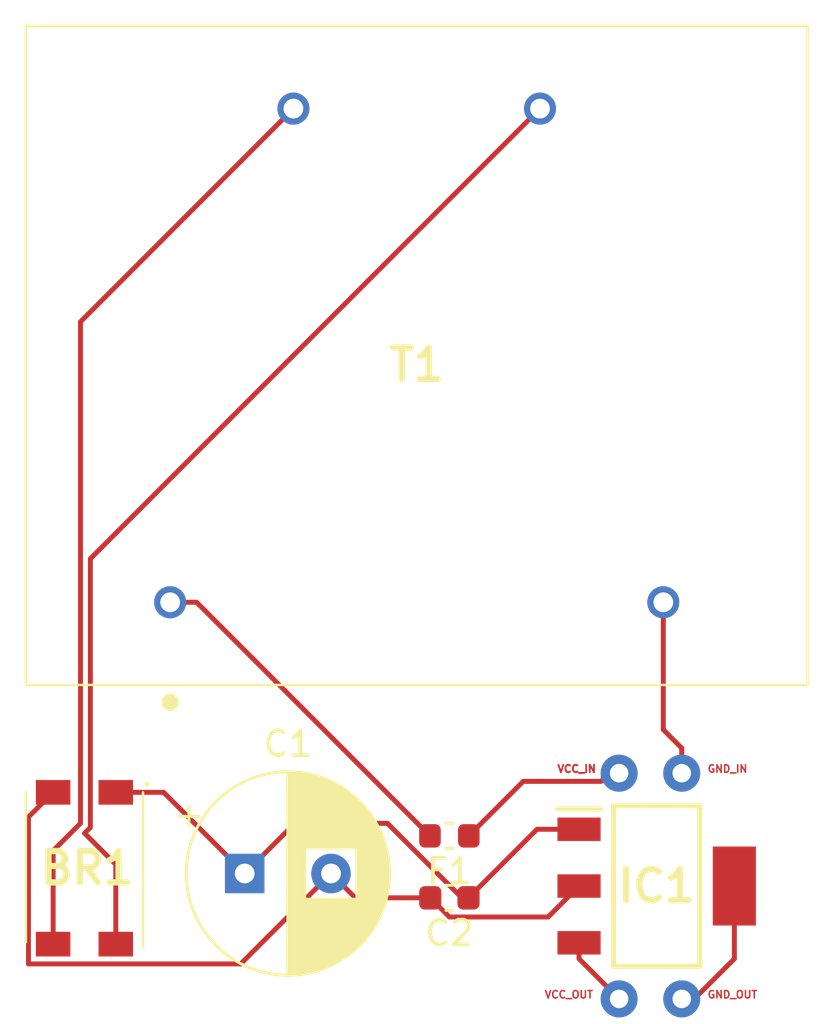
<source format=kicad_pcb>
(kicad_pcb (version 20241229) (generator "pcbnew") (generator_version "9.0")
  (layers (0 "F.Cu" signal) (2 "B.Cu" signal) (13 "F.Paste" user) (15 "B.Paste" user) (5 "F.SilkS" user "F.Silkscreen") (7 "B.SilkS" user "B.Silkscreen") (1 "F.Mask" user) (3 "B.Mask" user) (25 "Edge.Cuts" user))
  (net 0 "")
  (net 1 "GND")
  (net 2 "AC")
  (net 3 "VCC")
  (net 4 "Net-(BR1-~_1)")
  (net 5 "Net-(BR1-~_2)")
  (net 6 "Net-(BR1-+)")
  (net 7 "Net-(BR1--)")
  (net 8 "Net-(T1-PRI_1)")
  (footprint "Fuse:Fuse_0603_1608Metric" (layer "F.Cu") (at 51.0285 61.976 180)
    (property "Reference" "F1" (at 0 -1.43 0) (layer "F.SilkS"))
    (property "Value" "Fuse")
    (fp_line (start -0.162779 0.51) (end 0.162779 0.51) (stroke (width 0.12)) (layer "F.SilkS"))
    (fp_line (start -0.162779 -0.51) (end 0.162779 -0.51) (stroke (width 0.12)) (layer "F.SilkS"))
    (pad "1" smd roundrect (at -0.7875 0 180) (size 0.875 0.95) (layers "F.Cu" "F.Mask" "F.Paste") (net 3 "VCC"))
    (pad "2" smd roundrect (at 0.7875 0 180) (size 0.875 0.95) (layers "F.Cu" "F.Mask" "F.Paste") (net 8 "Net-(T1-PRI_1)"))
  )
  (footprint "Capacitor_SMD:C_0603_1608Metric" (layer "F.Cu") (at 51.0285 64.486 180)
    (property "Reference" "C2" (at 0 -1.43 0) (layer "F.SilkS"))
    (property "Value" "100 nF")
    (fp_line (start -0.14058 0.51) (end 0.14058 0.51) (stroke (width 0.12)) (layer "F.SilkS"))
    (fp_line (start -0.14058 -0.51) (end 0.14058 -0.51) (stroke (width 0.12)) (layer "F.SilkS"))
    (pad "1" smd roundrect (at -0.775 0 180) (size 0.9 0.95) (layers "F.Cu" "F.Mask" "F.Paste") (net 6 "Net-(BR1-+)"))
    (pad "2" smd roundrect (at 0.775 0 180) (size 0.9 0.95) (layers "F.Cu" "F.Mask" "F.Paste") (net 7 "Net-(BR1--)"))
  )
  (footprint "Capacitor_THT:CP_Radial_D8.0mm_P3.50mm" (layer "F.Cu") (at 42.728 63.5)
    (property "Reference" "C1" (at 1.75 -5.25 0) (layer "F.SilkS"))
    (property "Value" "1000 µF")
    (fp_line (start -2.659698 -2.315) (end -1.859698 -2.315) (stroke (width 0.12)) (layer "F.SilkS"))
    (fp_line (start -2.259698 -2.715) (end -2.259698 -1.915) (stroke (width 0.12)) (layer "F.SilkS"))
    (fp_line (start 1.75 -4.08) (end 1.75 4.08) (stroke (width 0.12)) (layer "F.SilkS"))
    (fp_line (start 1.79 -4.08) (end 1.79 4.08) (stroke (width 0.12)) (layer "F.SilkS"))
    (fp_line (start 1.83 -4.08) (end 1.83 4.08) (stroke (width 0.12)) (layer "F.SilkS"))
    (fp_line (start 1.87 -4.079) (end 1.87 4.079) (stroke (width 0.12)) (layer "F.SilkS"))
    (fp_line (start 1.91 -4.077) (end 1.91 4.077) (stroke (width 0.12)) (layer "F.SilkS"))
    (fp_line (start 1.95 -4.076) (end 1.95 4.076) (stroke (width 0.12)) (layer "F.SilkS"))
    (fp_line (start 1.99 -4.074) (end 1.99 4.074) (stroke (width 0.12)) (layer "F.SilkS"))
    (fp_line (start 2.03 -4.071) (end 2.03 4.071) (stroke (width 0.12)) (layer "F.SilkS"))
    (fp_line (start 2.07 -4.068) (end 2.07 4.068) (stroke (width 0.12)) (layer "F.SilkS"))
    (fp_line (start 2.11 -4.065) (end 2.11 4.065) (stroke (width 0.12)) (layer "F.SilkS"))
    (fp_line (start 2.15 -4.061) (end 2.15 4.061) (stroke (width 0.12)) (layer "F.SilkS"))
    (fp_line (start 2.19 -4.057) (end 2.19 4.057) (stroke (width 0.12)) (layer "F.SilkS"))
    (fp_line (start 2.23 -4.052) (end 2.23 4.052) (stroke (width 0.12)) (layer "F.SilkS"))
    (fp_line (start 2.27 -4.048) (end 2.27 4.048) (stroke (width 0.12)) (layer "F.SilkS"))
    (fp_line (start 2.31 -4.042) (end 2.31 4.042) (stroke (width 0.12)) (layer "F.SilkS"))
    (fp_line (start 2.35 -4.037) (end 2.35 4.037) (stroke (width 0.12)) (layer "F.SilkS"))
    (fp_line (start 2.39 -4.03) (end 2.39 4.03) (stroke (width 0.12)) (layer "F.SilkS"))
    (fp_line (start 2.43 -4.024) (end 2.43 4.024) (stroke (width 0.12)) (layer "F.SilkS"))
    (fp_line (start 2.471 -4.017) (end 2.471 -1.04) (stroke (width 0.12)) (layer "F.SilkS"))
    (fp_line (start 2.471 1.04) (end 2.471 4.017) (stroke (width 0.12)) (layer "F.SilkS"))
    (fp_line (start 2.511 -4.01) (end 2.511 -1.04) (stroke (width 0.12)) (layer "F.SilkS"))
    (fp_line (start 2.511 1.04) (end 2.511 4.01) (stroke (width 0.12)) (layer "F.SilkS"))
    (fp_line (start 2.551 -4.002) (end 2.551 -1.04) (stroke (width 0.12)) (layer "F.SilkS"))
    (fp_line (start 2.551 1.04) (end 2.551 4.002) (stroke (width 0.12)) (layer "F.SilkS"))
    (fp_line (start 2.591 -3.994) (end 2.591 -1.04) (stroke (width 0.12)) (layer "F.SilkS"))
    (fp_line (start 2.591 1.04) (end 2.591 3.994) (stroke (width 0.12)) (layer "F.SilkS"))
    (fp_line (start 2.631 -3.985) (end 2.631 -1.04) (stroke (width 0.12)) (layer "F.SilkS"))
    (fp_line (start 2.631 1.04) (end 2.631 3.985) (stroke (width 0.12)) (layer "F.SilkS"))
    (fp_line (start 2.671 -3.976) (end 2.671 -1.04) (stroke (width 0.12)) (layer "F.SilkS"))
    (fp_line (start 2.671 1.04) (end 2.671 3.976) (stroke (width 0.12)) (layer "F.SilkS"))
    (fp_line (start 2.711 -3.967) (end 2.711 -1.04) (stroke (width 0.12)) (layer "F.SilkS"))
    (fp_line (start 2.711 1.04) (end 2.711 3.967) (stroke (width 0.12)) (layer "F.SilkS"))
    (fp_line (start 2.751 -3.957) (end 2.751 -1.04) (stroke (width 0.12)) (layer "F.SilkS"))
    (fp_line (start 2.751 1.04) (end 2.751 3.957) (stroke (width 0.12)) (layer "F.SilkS"))
    (fp_line (start 2.791 -3.947) (end 2.791 -1.04) (stroke (width 0.12)) (layer "F.SilkS"))
    (fp_line (start 2.791 1.04) (end 2.791 3.947) (stroke (width 0.12)) (layer "F.SilkS"))
    (fp_line (start 2.831 -3.936) (end 2.831 -1.04) (stroke (width 0.12)) (layer "F.SilkS"))
    (fp_line (start 2.831 1.04) (end 2.831 3.936) (stroke (width 0.12)) (layer "F.SilkS"))
    (fp_line (start 2.871 -3.925) (end 2.871 -1.04) (stroke (width 0.12)) (layer "F.SilkS"))
    (fp_line (start 2.871 1.04) (end 2.871 3.925) (stroke (width 0.12)) (layer "F.SilkS"))
    (fp_line (start 2.911 -3.914) (end 2.911 -1.04) (stroke (width 0.12)) (layer "F.SilkS"))
    (fp_line (start 2.911 1.04) (end 2.911 3.914) (stroke (width 0.12)) (layer "F.SilkS"))
    (fp_line (start 2.951 -3.902) (end 2.951 -1.04) (stroke (width 0.12)) (layer "F.SilkS"))
    (fp_line (start 2.951 1.04) (end 2.951 3.902) (stroke (width 0.12)) (layer "F.SilkS"))
    (fp_line (start 2.991 -3.889) (end 2.991 -1.04) (stroke (width 0.12)) (layer "F.SilkS"))
    (fp_line (start 2.991 1.04) (end 2.991 3.889) (stroke (width 0.12)) (layer "F.SilkS"))
    (fp_line (start 3.031 -3.877) (end 3.031 -1.04) (stroke (width 0.12)) (layer "F.SilkS"))
    (fp_line (start 3.031 1.04) (end 3.031 3.877) (stroke (width 0.12)) (layer "F.SilkS"))
    (fp_line (start 3.071 -3.863) (end 3.071 -1.04) (stroke (width 0.12)) (layer "F.SilkS"))
    (fp_line (start 3.071 1.04) (end 3.071 3.863) (stroke (width 0.12)) (layer "F.SilkS"))
    (fp_line (start 3.111 -3.85) (end 3.111 -1.04) (stroke (width 0.12)) (layer "F.SilkS"))
    (fp_line (start 3.111 1.04) (end 3.111 3.85) (stroke (width 0.12)) (layer "F.SilkS"))
    (fp_line (start 3.151 -3.835) (end 3.151 -1.04) (stroke (width 0.12)) (layer "F.SilkS"))
    (fp_line (start 3.151 1.04) (end 3.151 3.835) (stroke (width 0.12)) (layer "F.SilkS"))
    (fp_line (start 3.191 -3.821) (end 3.191 -1.04) (stroke (width 0.12)) (layer "F.SilkS"))
    (fp_line (start 3.191 1.04) (end 3.191 3.821) (stroke (width 0.12)) (layer "F.SilkS"))
    (fp_line (start 3.231 -3.805) (end 3.231 -1.04) (stroke (width 0.12)) (layer "F.SilkS"))
    (fp_line (start 3.231 1.04) (end 3.231 3.805) (stroke (width 0.12)) (layer "F.SilkS"))
    (fp_line (start 3.271 -3.79) (end 3.271 -1.04) (stroke (width 0.12)) (layer "F.SilkS"))
    (fp_line (start 3.271 1.04) (end 3.271 3.79) (stroke (width 0.12)) (layer "F.SilkS"))
    (fp_line (start 3.311 -3.774) (end 3.311 -1.04) (stroke (width 0.12)) (layer "F.SilkS"))
    (fp_line (start 3.311 1.04) (end 3.311 3.774) (stroke (width 0.12)) (layer "F.SilkS"))
    (fp_line (start 3.351 -3.757) (end 3.351 -1.04) (stroke (width 0.12)) (layer "F.SilkS"))
    (fp_line (start 3.351 1.04) (end 3.351 3.757) (stroke (width 0.12)) (layer "F.SilkS"))
    (fp_line (start 3.391 -3.74) (end 3.391 -1.04) (stroke (width 0.12)) (layer "F.SilkS"))
    (fp_line (start 3.391 1.04) (end 3.391 3.74) (stroke (width 0.12)) (layer "F.SilkS"))
    (fp_line (start 3.431 -3.722) (end 3.431 -1.04) (stroke (width 0.12)) (layer "F.SilkS"))
    (fp_line (start 3.431 1.04) (end 3.431 3.722) (stroke (width 0.12)) (layer "F.SilkS"))
    (fp_line (start 3.471 -3.704) (end 3.471 -1.04) (stroke (width 0.12)) (layer "F.SilkS"))
    (fp_line (start 3.471 1.04) (end 3.471 3.704) (stroke (width 0.12)) (layer "F.SilkS"))
    (fp_line (start 3.511 -3.686) (end 3.511 -1.04) (stroke (width 0.12)) (layer "F.SilkS"))
    (fp_line (start 3.511 1.04) (end 3.511 3.686) (stroke (width 0.12)) (layer "F.SilkS"))
    (fp_line (start 3.551 -3.666) (end 3.551 -1.04) (stroke (width 0.12)) (layer "F.SilkS"))
    (fp_line (start 3.551 1.04) (end 3.551 3.666) (stroke (width 0.12)) (layer "F.SilkS"))
    (fp_line (start 3.591 -3.647) (end 3.591 -1.04) (stroke (width 0.12)) (layer "F.SilkS"))
    (fp_line (start 3.591 1.04) (end 3.591 3.647) (stroke (width 0.12)) (layer "F.SilkS"))
    (fp_line (start 3.631 -3.627) (end 3.631 -1.04) (stroke (width 0.12)) (layer "F.SilkS"))
    (fp_line (start 3.631 1.04) (end 3.631 3.627) (stroke (width 0.12)) (layer "F.SilkS"))
    (fp_line (start 3.671 -3.606) (end 3.671 -1.04) (stroke (width 0.12)) (layer "F.SilkS"))
    (fp_line (start 3.671 1.04) (end 3.671 3.606) (stroke (width 0.12)) (layer "F.SilkS"))
    (fp_line (start 3.711 -3.584) (end 3.711 -1.04) (stroke (width 0.12)) (layer "F.SilkS"))
    (fp_line (start 3.711 1.04) (end 3.711 3.584) (stroke (width 0.12)) (layer "F.SilkS"))
    (fp_line (start 3.751 -3.562) (end 3.751 -1.04) (stroke (width 0.12)) (layer "F.SilkS"))
    (fp_line (start 3.751 1.04) (end 3.751 3.562) (stroke (width 0.12)) (layer "F.SilkS"))
    (fp_line (start 3.791 -3.54) (end 3.791 -1.04) (stroke (width 0.12)) (layer "F.SilkS"))
    (fp_line (start 3.791 1.04) (end 3.791 3.54) (stroke (width 0.12)) (layer "F.SilkS"))
    (fp_line (start 3.831 -3.517) (end 3.831 -1.04) (stroke (width 0.12)) (layer "F.SilkS"))
    (fp_line (start 3.831 1.04) (end 3.831 3.517) (stroke (width 0.12)) (layer "F.SilkS"))
    (fp_line (start 3.871 -3.493) (end 3.871 -1.04) (stroke (width 0.12)) (layer "F.SilkS"))
    (fp_line (start 3.871 1.04) (end 3.871 3.493) (stroke (width 0.12)) (layer "F.SilkS"))
    (fp_line (start 3.911 -3.469) (end 3.911 -1.04) (stroke (width 0.12)) (layer "F.SilkS"))
    (fp_line (start 3.911 1.04) (end 3.911 3.469) (stroke (width 0.12)) (layer "F.SilkS"))
    (fp_line (start 3.951 -3.444) (end 3.951 -1.04) (stroke (width 0.12)) (layer "F.SilkS"))
    (fp_line (start 3.951 1.04) (end 3.951 3.444) (stroke (width 0.12)) (layer "F.SilkS"))
    (fp_line (start 3.991 -3.418) (end 3.991 -1.04) (stroke (width 0.12)) (layer "F.SilkS"))
    (fp_line (start 3.991 1.04) (end 3.991 3.418) (stroke (width 0.12)) (layer "F.SilkS"))
    (fp_line (start 4.031 -3.392) (end 4.031 -1.04) (stroke (width 0.12)) (layer "F.SilkS"))
    (fp_line (start 4.031 1.04) (end 4.031 3.392) (stroke (width 0.12)) (layer "F.SilkS"))
    (fp_line (start 4.071 -3.365) (end 4.071 -1.04) (stroke (width 0.12)) (layer "F.SilkS"))
    (fp_line (start 4.071 1.04) (end 4.071 3.365) (stroke (width 0.12)) (layer "F.SilkS"))
    (fp_line (start 4.111 -3.338) (end 4.111 -1.04) (stroke (width 0.12)) (layer "F.SilkS"))
    (fp_line (start 4.111 1.04) (end 4.111 3.338) (stroke (width 0.12)) (layer "F.SilkS"))
    (fp_line (start 4.151 -3.309) (end 4.151 -1.04) (stroke (width 0.12)) (layer "F.SilkS"))
    (fp_line (start 4.151 1.04) (end 4.151 3.309) (stroke (width 0.12)) (layer "F.SilkS"))
    (fp_line (start 4.191 -3.28) (end 4.191 -1.04) (stroke (width 0.12)) (layer "F.SilkS"))
    (fp_line (start 4.191 1.04) (end 4.191 3.28) (stroke (width 0.12)) (layer "F.SilkS"))
    (fp_line (start 4.231 -3.25) (end 4.231 -1.04) (stroke (width 0.12)) (layer "F.SilkS"))
    (fp_line (start 4.231 1.04) (end 4.231 3.25) (stroke (width 0.12)) (layer "F.SilkS"))
    (fp_line (start 4.271 -3.22) (end 4.271 -1.04) (stroke (width 0.12)) (layer "F.SilkS"))
    (fp_line (start 4.271 1.04) (end 4.271 3.22) (stroke (width 0.12)) (layer "F.SilkS"))
    (fp_line (start 4.311 -3.189) (end 4.311 -1.04) (stroke (width 0.12)) (layer "F.SilkS"))
    (fp_line (start 4.311 1.04) (end 4.311 3.189) (stroke (width 0.12)) (layer "F.SilkS"))
    (fp_line (start 4.351 -3.156) (end 4.351 -1.04) (stroke (width 0.12)) (layer "F.SilkS"))
    (fp_line (start 4.351 1.04) (end 4.351 3.156) (stroke (width 0.12)) (layer "F.SilkS"))
    (fp_line (start 4.391 -3.124) (end 4.391 -1.04) (stroke (width 0.12)) (layer "F.SilkS"))
    (fp_line (start 4.391 1.04) (end 4.391 3.124) (stroke (width 0.12)) (layer "F.SilkS"))
    (fp_line (start 4.431 -3.09) (end 4.431 -1.04) (stroke (width 0.12)) (layer "F.SilkS"))
    (fp_line (start 4.431 1.04) (end 4.431 3.09) (stroke (width 0.12)) (layer "F.SilkS"))
    (fp_line (start 4.471 -3.055) (end 4.471 -1.04) (stroke (width 0.12)) (layer "F.SilkS"))
    (fp_line (start 4.471 1.04) (end 4.471 3.055) (stroke (width 0.12)) (layer "F.SilkS"))
    (fp_line (start 4.511 -3.019) (end 4.511 -1.04) (stroke (width 0.12)) (layer "F.SilkS"))
    (fp_line (start 4.511 1.04) (end 4.511 3.019) (stroke (width 0.12)) (layer "F.SilkS"))
    (fp_line (start 4.551 -2.983) (end 4.551 2.983) (stroke (width 0.12)) (layer "F.SilkS"))
    (fp_line (start 4.591 -2.945) (end 4.591 2.945) (stroke (width 0.12)) (layer "F.SilkS"))
    (fp_line (start 4.631 -2.907) (end 4.631 2.907) (stroke (width 0.12)) (layer "F.SilkS"))
    (fp_line (start 4.671 -2.867) (end 4.671 2.867) (stroke (width 0.12)) (layer "F.SilkS"))
    (fp_line (start 4.711 -2.826) (end 4.711 2.826) (stroke (width 0.12)) (layer "F.SilkS"))
    (fp_line (start 4.751 -2.784) (end 4.751 2.784) (stroke (width 0.12)) (layer "F.SilkS"))
    (fp_line (start 4.791 -2.741) (end 4.791 2.741) (stroke (width 0.12)) (layer "F.SilkS"))
    (fp_line (start 4.831 -2.697) (end 4.831 2.697) (stroke (width 0.12)) (layer "F.SilkS"))
    (fp_line (start 4.871 -2.651) (end 4.871 2.651) (stroke (width 0.12)) (layer "F.SilkS"))
    (fp_line (start 4.911 -2.604) (end 4.911 2.604) (stroke (width 0.12)) (layer "F.SilkS"))
    (fp_line (start 4.951 -2.556) (end 4.951 2.556) (stroke (width 0.12)) (layer "F.SilkS"))
    (fp_line (start 4.991 -2.505) (end 4.991 2.505) (stroke (width 0.12)) (layer "F.SilkS"))
    (fp_line (start 5.031 -2.454) (end 5.031 2.454) (stroke (width 0.12)) (layer "F.SilkS"))
    (fp_line (start 5.071 -2.4) (end 5.071 2.4) (stroke (width 0.12)) (layer "F.SilkS"))
    (fp_line (start 5.111 -2.345) (end 5.111 2.345) (stroke (width 0.12)) (layer "F.SilkS"))
    (fp_line (start 5.151 -2.287) (end 5.151 2.287) (stroke (width 0.12)) (layer "F.SilkS"))
    (fp_line (start 5.191 -2.228) (end 5.191 2.228) (stroke (width 0.12)) (layer "F.SilkS"))
    (fp_line (start 5.231 -2.166) (end 5.231 2.166) (stroke (width 0.12)) (layer "F.SilkS"))
    (fp_line (start 5.271 -2.102) (end 5.271 2.102) (stroke (width 0.12)) (layer "F.SilkS"))
    (fp_line (start 5.311 -2.034) (end 5.311 2.034) (stroke (width 0.12)) (layer "F.SilkS"))
    (fp_line (start 5.351 -1.964) (end 5.351 1.964) (stroke (width 0.12)) (layer "F.SilkS"))
    (fp_line (start 5.391 -1.89) (end 5.391 1.89) (stroke (width 0.12)) (layer "F.SilkS"))
    (fp_line (start 5.431 -1.813) (end 5.431 1.813) (stroke (width 0.12)) (layer "F.SilkS"))
    (fp_line (start 5.471 -1.731) (end 5.471 1.731) (stroke (width 0.12)) (layer "F.SilkS"))
    (fp_line (start 5.511 -1.645) (end 5.511 1.645) (stroke (width 0.12)) (layer "F.SilkS"))
    (fp_line (start 5.551 -1.552) (end 5.551 1.552) (stroke (width 0.12)) (layer "F.SilkS"))
    (fp_line (start 5.591 -1.453) (end 5.591 1.453) (stroke (width 0.12)) (layer "F.SilkS"))
    (fp_line (start 5.631 -1.346) (end 5.631 1.346) (stroke (width 0.12)) (layer "F.SilkS"))
    (fp_line (start 5.671 -1.229) (end 5.671 1.229) (stroke (width 0.12)) (layer "F.SilkS"))
    (fp_line (start 5.711 -1.098) (end 5.711 1.098) (stroke (width 0.12)) (layer "F.SilkS"))
    (fp_line (start 5.751 -0.948) (end 5.751 0.948) (stroke (width 0.12)) (layer "F.SilkS"))
    (fp_line (start 5.791 -0.768) (end 5.791 0.768) (stroke (width 0.12)) (layer "F.SilkS"))
    (fp_line (start 5.831 -0.533) (end 5.831 0.533) (stroke (width 0.12)) (layer "F.SilkS"))
    (fp_circle (center 1.75 0) (end 5.87 0) (stroke (width 0.12)) (fill no) (layer "F.SilkS"))
    (pad "1" thru_hole rect (at 0 0) (size 1.6 1.6) (drill 0.8) (layers "*.Cu" "*.Mask") (net 6 "Net-(BR1-+)"))
    (pad "2" thru_hole circle (at 3.5 0) (size 1.6 1.6) (drill 0.8) (layers "*.Cu" "*.Mask") (net 7 "Net-(BR1--)"))
  )
  (footprint "KiCad Libs:SOT230P700X180-4N" (layer "F.Cu") (at 59.436 64.008)
    (property "Reference" "IC1" (at 0 0 0) (layer "F.SilkS") (effects (font (size 1.27 1.27) (thickness 0.254))))
    (property "Value" "LM7805MPX_NOPB" (hide yes))
    (fp_line (start -4.025 -3.125) (end -2.275 -3.125) (stroke (width 0.2)) (layer "F.SilkS"))
    (fp_line (start -1.75 -3.25) (end 1.75 -3.25) (stroke (width 0.2)) (layer "F.SilkS"))
    (fp_line (start -1.75 3.25) (end -1.75 -3.25) (stroke (width 0.2)) (layer "F.SilkS"))
    (fp_line (start 1.75 -3.25) (end 1.75 3.25) (stroke (width 0.2)) (layer "F.SilkS"))
    (fp_line (start 1.75 3.25) (end -1.75 3.25) (stroke (width 0.2)) (layer "F.SilkS"))
    (pad "1" smd rect (at -3.15 -2.3 90) (size 0.95 1.75) (layers "F.Cu" "F.Mask" "F.Paste") (net 6 "Net-(BR1-+)"))
    (pad "2" smd rect (at -3.15 0 90) (size 0.95 1.75) (layers "F.Cu" "F.Mask" "F.Paste") (net 7 "Net-(BR1--)"))
    (pad "3" smd rect (at -3.15 2.3 90) (size 0.95 1.75) (layers "F.Cu" "F.Mask" "F.Paste") (net 3 "VCC"))
    (pad "4" smd rect (at 3.15 0) (size 1.75 3.2) (layers "F.Cu" "F.Mask" "F.Paste") (net 1 "GND"))
  )
  (footprint "KiCad Libs:44123" (layer "F.Cu") (at 39.704 52.512)
    (property "Reference" "T1" (at 10 -9.625 0) (layer "F.SilkS") (effects (font (size 1.27 1.27) (thickness 0.254))))
    (property "Value" "44123" (hide yes))
    (fp_line (start -5.85 -23.35) (end -5.85 3.35) (stroke (width 0.1)) (layer "F.SilkS"))
    (fp_line (start -5.85 3.35) (end 25.85 3.35) (stroke (width 0.1)) (layer "F.SilkS"))
    (fp_line (start 0 4) (end 0 4) (stroke (width 0.6)) (layer "F.SilkS"))
    (fp_line (start 0 4.1) (end 0 4.1) (stroke (width 0.6)) (layer "F.SilkS"))
    (fp_line (start 25.85 -23.35) (end -5.85 -23.35) (stroke (width 0.1)) (layer "F.SilkS"))
    (fp_line (start 25.85 3.35) (end 25.85 -23.35) (stroke (width 0.1)) (layer "F.SilkS"))
    (fp_arc (start 0 4) (mid 0.05 4.05) (end 0 4.1) (stroke (width 0.6)) (layer "F.SilkS"))
    (fp_arc (start 0 4.1) (mid -0.05 4.05) (end 0 4) (stroke (width 0.6)) (layer "F.SilkS"))
    (pad "1" thru_hole circle (at 0 0) (size 1.3 1.3) (drill 0.8) (layers "*.Cu" "*.Mask") (net 8 "Net-(T1-PRI_1)"))
    (pad "5" thru_hole circle (at 20 0) (size 1.3 1.3) (drill 0.8) (layers "*.Cu" "*.Mask") (net 2 "AC"))
    (pad "7" thru_hole circle (at 15 -20) (size 1.3 1.3) (drill 0.8) (layers "*.Cu" "*.Mask") (net 4 "Net-(BR1-~_1)"))
    (pad "9" thru_hole circle (at 5 -20) (size 1.3 1.3) (drill 0.8) (layers "*.Cu" "*.Mask") (net 5 "Net-(BR1-~_2)"))
  )
  (footprint "KiCad Libs:CDHD2006L" (layer "F.Cu") (at 36.229 63.287)
    (property "Reference" "BR1" (at 0.113 0 0) (layer "F.SilkS") (effects (font (size 1.27 1.27) (thickness 0.254))))
    (property "Value" "CD-HD2006L" (hide yes))
    (fp_line (start -2.375 -3.075) (end -2.375 3) (stroke (width 0.1)) (layer "F.SilkS"))
    (fp_line (start 2.375 -3.075) (end 2.375 3.2) (stroke (width 0.1)) (layer "F.SilkS"))
    (fp_line (start 2.5 -3.4) (end 2.5 -3.4) (stroke (width 0.1)) (layer "F.SilkS"))
    (fp_line (start 2.6 -3.4) (end 2.6 -3.4) (stroke (width 0.1)) (layer "F.SilkS"))
    (fp_arc (start 2.5 -3.4) (mid 2.55 -3.45) (end 2.6 -3.4) (stroke (width 0.1)) (layer "F.SilkS"))
    (fp_arc (start 2.6 -3.4) (mid 2.55 -3.35) (end 2.5 -3.4) (stroke (width 0.1)) (layer "F.SilkS"))
    (pad "1" smd rect (at 1.27 -3.075 90) (size 1 1.4) (layers "F.Cu" "F.Mask" "F.Paste") (net 6 "Net-(BR1-+)"))
    (pad "2" smd rect (at 1.27 3.075 90) (size 1 1.4) (layers "F.Cu" "F.Mask" "F.Paste") (net 4 "Net-(BR1-~_1)"))
    (pad "3" smd rect (at -1.27 3.075 90) (size 1 1.4) (layers "F.Cu" "F.Mask" "F.Paste") (net 5 "Net-(BR1-~_2)"))
    (pad "4" smd rect (at -1.27 -3.075 90) (size 1 1.4) (layers "F.Cu" "F.Mask" "F.Paste") (net 7 "Net-(BR1--)"))
  )
  (gr_text "GND_OUT" (at 61.468 68.58 0) (layer "F.Cu") (effects (font (size 0.3 0.3) (thickness 0.06) (bold yes)) (justify left bottom)))
  (gr_text "VCC_OUT" (at 54.864 68.58 0) (layer "F.Cu") (effects (font (size 0.3 0.3) (thickness 0.06) (bold yes)) (justify left bottom)))
  (gr_text "VCC_IN" (at 55.372 59.436 0) (layer "F.Cu") (effects (font (size 0.3 0.3) (thickness 0.075) (bold yes)) (justify left bottom)))
  (gr_text "GND_IN\n" (at 61.468 59.436 0) (layer "F.Cu") (effects (font (size 0.3 0.3) (thickness 0.06) (bold yes)) (justify left bottom)))
  (segment (start 60.452 68.58) (end 60.96 68.58) (width 0.2) (layer "F.Cu") (net 1))
  (segment (start 60.96 68.58) (end 62.586 66.954) (width 0.2) (layer "F.Cu") (net 1))
  (segment (start 62.586 66.954) (end 62.586 64.008) (width 0.2) (layer "F.Cu") (net 1))
  (via (at 60.452 68.58) (size 1.5) (drill 0.75) (layers "F.Cu" "B.Cu") (net 1))
  (segment (start 60.452 58.42) (end 59.704 57.672) (width 0.2) (layer "F.Cu") (net 2))
  (segment (start 60.452 59.436) (end 60.452 58.42) (width 0.2) (layer "F.Cu") (net 2))
  (segment (start 59.704 57.672) (end 59.704 52.512) (width 0.2) (layer "F.Cu") (net 2))
  (via (at 60.452 59.436) (size 1.5) (drill 0.75) (layers "F.Cu" "B.Cu") (net 2))
  (segment (start 51.816 61.976) (end 54.024543 59.767457) (width 0.2) (layer "F.Cu") (net 3))
  (segment (start 57.912 68.58) (end 56.286 66.954) (width 0.2) (layer "F.Cu") (net 3))
  (segment (start 57.912 59.436) (end 57.912 58.928) (width 0.2) (layer "F.Cu") (net 3))
  (segment (start 54.024543 59.767457) (end 57.179543 59.767457) (width 0.2) (layer "F.Cu") (net 3))
  (segment (start 57.179543 59.767457) (end 57.511 59.436) (width 0.2) (layer "F.Cu") (net 3))
  (segment (start 56.286 66.954) (end 56.286 66.308) (width 0.2) (layer "F.Cu") (net 3))
  (via (at 57.912 68.58) (size 1.5) (drill 0.75) (layers "F.Cu" "B.Cu") (net 3))
  (via (at 57.912 59.436) (size 1.5) (drill 0.75) (layers "F.Cu" "B.Cu") (net 3))
  (segment (start 36.2341 61.869) (end 37.499 63.1339) (width 0.2) (layer "F.Cu") (net 4))
  (segment (start 36.469 61.6341) (end 36.2341 61.869) (width 0.2) (layer "F.Cu") (net 4))
  (segment (start 36.469 50.747) (end 36.469 61.6341) (width 0.2) (layer "F.Cu") (net 4))
  (segment (start 54.704 32.512) (end 36.469 50.747) (width 0.2) (layer "F.Cu") (net 4))
  (segment (start 37.499 63.1339) (end 37.499 66.362) (width 0.2) (layer "F.Cu") (net 4))
  (segment (start 36.068 41.148) (end 36.068 61.468) (width 0.2) (layer "F.Cu") (net 5))
  (segment (start 34.959 62.577) (end 34.959 66.362) (width 0.2) (layer "F.Cu") (net 5))
  (segment (start 44.704 32.512) (end 36.068 41.148) (width 0.2) (layer "F.Cu") (net 5))
  (segment (start 36.068 61.468) (end 34.959 62.577) (width 0.2) (layer "F.Cu") (net 5))
  (segment (start 42.728 63.5) (end 44.76 61.468) (width 0.2) (layer "F.Cu") (net 6))
  (segment (start 56.286 61.708) (end 54.5815 61.708) (width 0.2) (layer "F.Cu") (net 6))
  (segment (start 37.499 60.212) (end 39.44 60.212) (width 0.2) (layer "F.Cu") (net 6))
  (segment (start 48.5169 61.468) (end 51.5349 64.486) (width 0.2) (layer "F.Cu") (net 6))
  (segment (start 51.5349 64.486) (end 51.8035 64.486) (width 0.2) (layer "F.Cu") (net 6))
  (segment (start 44.76 61.468) (end 48.5169 61.468) (width 0.2) (layer "F.Cu") (net 6))
  (segment (start 54.5815 61.708) (end 51.8035 64.486) (width 0.2) (layer "F.Cu") (net 6))
  (segment (start 39.44 60.212) (end 42.728 63.5) (width 0.2) (layer "F.Cu") (net 6))
  (segment (start 33.958 67.163) (end 42.565 67.163) (width 0.2) (layer "F.Cu") (net 7))
  (segment (start 33.958 61.213) (end 33.958 67.163) (width 0.2) (layer "F.Cu") (net 7))
  (segment (start 55.032 65.262) (end 56.286 64.008) (width 0.2) (layer "F.Cu") (net 7))
  (segment (start 34.959 60.212) (end 33.958 61.213) (width 0.2) (layer "F.Cu") (net 7))
  (segment (start 51.0295 65.262) (end 55.032 65.262) (width 0.2) (layer "F.Cu") (net 7))
  (segment (start 50.2535 64.486) (end 47.214 64.486) (width 0.2) (layer "F.Cu") (net 7))
  (segment (start 50.2535 64.486) (end 51.0295 65.262) (width 0.2) (layer "F.Cu") (net 7))
  (segment (start 47.214 64.486) (end 46.228 63.5) (width 0.2) (layer "F.Cu") (net 7))
  (segment (start 42.565 67.163) (end 46.228 63.5) (width 0.2) (layer "F.Cu") (net 7))
  (segment (start 40.777 52.512) (end 50.241 61.976) (width 0.2) (layer "F.Cu") (net 8))
  (segment (start 39.704 52.512) (end 40.777 52.512) (width 0.2) (layer "F.Cu") (net 8))
)
</source>
